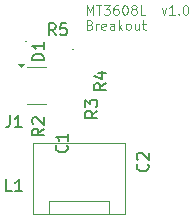
<source format=gbr>
%TF.GenerationSoftware,KiCad,Pcbnew,9.0.1*%
%TF.CreationDate,2025-05-20T00:04:45-05:00*%
%TF.ProjectId,myproject,6d797072-6f6a-4656-9374-2e6b69636164,rev?*%
%TF.SameCoordinates,Original*%
%TF.FileFunction,Legend,Top*%
%TF.FilePolarity,Positive*%
%FSLAX46Y46*%
G04 Gerber Fmt 4.6, Leading zero omitted, Abs format (unit mm)*
G04 Created by KiCad (PCBNEW 9.0.1) date 2025-05-20 00:04:45*
%MOMM*%
%LPD*%
G01*
G04 APERTURE LIST*
%ADD10C,0.100000*%
%ADD11C,0.150000*%
%ADD12C,0.120000*%
G04 APERTURE END LIST*
D10*
X10656265Y-1520985D02*
X10656265Y-720985D01*
X10656265Y-720985D02*
X10922931Y-1292413D01*
X10922931Y-1292413D02*
X11189598Y-720985D01*
X11189598Y-720985D02*
X11189598Y-1520985D01*
X11456265Y-720985D02*
X11913408Y-720985D01*
X11684836Y-1520985D02*
X11684836Y-720985D01*
X12103884Y-720985D02*
X12599122Y-720985D01*
X12599122Y-720985D02*
X12332456Y-1025747D01*
X12332456Y-1025747D02*
X12446741Y-1025747D01*
X12446741Y-1025747D02*
X12522932Y-1063842D01*
X12522932Y-1063842D02*
X12561027Y-1101937D01*
X12561027Y-1101937D02*
X12599122Y-1178128D01*
X12599122Y-1178128D02*
X12599122Y-1368604D01*
X12599122Y-1368604D02*
X12561027Y-1444794D01*
X12561027Y-1444794D02*
X12522932Y-1482890D01*
X12522932Y-1482890D02*
X12446741Y-1520985D01*
X12446741Y-1520985D02*
X12218170Y-1520985D01*
X12218170Y-1520985D02*
X12141979Y-1482890D01*
X12141979Y-1482890D02*
X12103884Y-1444794D01*
X13284837Y-720985D02*
X13132456Y-720985D01*
X13132456Y-720985D02*
X13056265Y-759080D01*
X13056265Y-759080D02*
X13018170Y-797175D01*
X13018170Y-797175D02*
X12941980Y-911461D01*
X12941980Y-911461D02*
X12903884Y-1063842D01*
X12903884Y-1063842D02*
X12903884Y-1368604D01*
X12903884Y-1368604D02*
X12941980Y-1444794D01*
X12941980Y-1444794D02*
X12980075Y-1482890D01*
X12980075Y-1482890D02*
X13056265Y-1520985D01*
X13056265Y-1520985D02*
X13208646Y-1520985D01*
X13208646Y-1520985D02*
X13284837Y-1482890D01*
X13284837Y-1482890D02*
X13322932Y-1444794D01*
X13322932Y-1444794D02*
X13361027Y-1368604D01*
X13361027Y-1368604D02*
X13361027Y-1178128D01*
X13361027Y-1178128D02*
X13322932Y-1101937D01*
X13322932Y-1101937D02*
X13284837Y-1063842D01*
X13284837Y-1063842D02*
X13208646Y-1025747D01*
X13208646Y-1025747D02*
X13056265Y-1025747D01*
X13056265Y-1025747D02*
X12980075Y-1063842D01*
X12980075Y-1063842D02*
X12941980Y-1101937D01*
X12941980Y-1101937D02*
X12903884Y-1178128D01*
X13856266Y-720985D02*
X13932456Y-720985D01*
X13932456Y-720985D02*
X14008647Y-759080D01*
X14008647Y-759080D02*
X14046742Y-797175D01*
X14046742Y-797175D02*
X14084837Y-873366D01*
X14084837Y-873366D02*
X14122932Y-1025747D01*
X14122932Y-1025747D02*
X14122932Y-1216223D01*
X14122932Y-1216223D02*
X14084837Y-1368604D01*
X14084837Y-1368604D02*
X14046742Y-1444794D01*
X14046742Y-1444794D02*
X14008647Y-1482890D01*
X14008647Y-1482890D02*
X13932456Y-1520985D01*
X13932456Y-1520985D02*
X13856266Y-1520985D01*
X13856266Y-1520985D02*
X13780075Y-1482890D01*
X13780075Y-1482890D02*
X13741980Y-1444794D01*
X13741980Y-1444794D02*
X13703885Y-1368604D01*
X13703885Y-1368604D02*
X13665789Y-1216223D01*
X13665789Y-1216223D02*
X13665789Y-1025747D01*
X13665789Y-1025747D02*
X13703885Y-873366D01*
X13703885Y-873366D02*
X13741980Y-797175D01*
X13741980Y-797175D02*
X13780075Y-759080D01*
X13780075Y-759080D02*
X13856266Y-720985D01*
X14580075Y-1063842D02*
X14503885Y-1025747D01*
X14503885Y-1025747D02*
X14465790Y-987651D01*
X14465790Y-987651D02*
X14427694Y-911461D01*
X14427694Y-911461D02*
X14427694Y-873366D01*
X14427694Y-873366D02*
X14465790Y-797175D01*
X14465790Y-797175D02*
X14503885Y-759080D01*
X14503885Y-759080D02*
X14580075Y-720985D01*
X14580075Y-720985D02*
X14732456Y-720985D01*
X14732456Y-720985D02*
X14808647Y-759080D01*
X14808647Y-759080D02*
X14846742Y-797175D01*
X14846742Y-797175D02*
X14884837Y-873366D01*
X14884837Y-873366D02*
X14884837Y-911461D01*
X14884837Y-911461D02*
X14846742Y-987651D01*
X14846742Y-987651D02*
X14808647Y-1025747D01*
X14808647Y-1025747D02*
X14732456Y-1063842D01*
X14732456Y-1063842D02*
X14580075Y-1063842D01*
X14580075Y-1063842D02*
X14503885Y-1101937D01*
X14503885Y-1101937D02*
X14465790Y-1140032D01*
X14465790Y-1140032D02*
X14427694Y-1216223D01*
X14427694Y-1216223D02*
X14427694Y-1368604D01*
X14427694Y-1368604D02*
X14465790Y-1444794D01*
X14465790Y-1444794D02*
X14503885Y-1482890D01*
X14503885Y-1482890D02*
X14580075Y-1520985D01*
X14580075Y-1520985D02*
X14732456Y-1520985D01*
X14732456Y-1520985D02*
X14808647Y-1482890D01*
X14808647Y-1482890D02*
X14846742Y-1444794D01*
X14846742Y-1444794D02*
X14884837Y-1368604D01*
X14884837Y-1368604D02*
X14884837Y-1216223D01*
X14884837Y-1216223D02*
X14846742Y-1140032D01*
X14846742Y-1140032D02*
X14808647Y-1101937D01*
X14808647Y-1101937D02*
X14732456Y-1063842D01*
X15608647Y-1520985D02*
X15227695Y-1520985D01*
X15227695Y-1520985D02*
X15227695Y-720985D01*
X17018171Y-987651D02*
X17208647Y-1520985D01*
X17208647Y-1520985D02*
X17399124Y-987651D01*
X18122933Y-1520985D02*
X17665790Y-1520985D01*
X17894362Y-1520985D02*
X17894362Y-720985D01*
X17894362Y-720985D02*
X17818171Y-835270D01*
X17818171Y-835270D02*
X17741981Y-911461D01*
X17741981Y-911461D02*
X17665790Y-949556D01*
X18465791Y-1444794D02*
X18503886Y-1482890D01*
X18503886Y-1482890D02*
X18465791Y-1520985D01*
X18465791Y-1520985D02*
X18427695Y-1482890D01*
X18427695Y-1482890D02*
X18465791Y-1444794D01*
X18465791Y-1444794D02*
X18465791Y-1520985D01*
X18999124Y-720985D02*
X19075314Y-720985D01*
X19075314Y-720985D02*
X19151505Y-759080D01*
X19151505Y-759080D02*
X19189600Y-797175D01*
X19189600Y-797175D02*
X19227695Y-873366D01*
X19227695Y-873366D02*
X19265790Y-1025747D01*
X19265790Y-1025747D02*
X19265790Y-1216223D01*
X19265790Y-1216223D02*
X19227695Y-1368604D01*
X19227695Y-1368604D02*
X19189600Y-1444794D01*
X19189600Y-1444794D02*
X19151505Y-1482890D01*
X19151505Y-1482890D02*
X19075314Y-1520985D01*
X19075314Y-1520985D02*
X18999124Y-1520985D01*
X18999124Y-1520985D02*
X18922933Y-1482890D01*
X18922933Y-1482890D02*
X18884838Y-1444794D01*
X18884838Y-1444794D02*
X18846743Y-1368604D01*
X18846743Y-1368604D02*
X18808647Y-1216223D01*
X18808647Y-1216223D02*
X18808647Y-1025747D01*
X18808647Y-1025747D02*
X18846743Y-873366D01*
X18846743Y-873366D02*
X18884838Y-797175D01*
X18884838Y-797175D02*
X18922933Y-759080D01*
X18922933Y-759080D02*
X18999124Y-720985D01*
X10922931Y-2389892D02*
X11037217Y-2427987D01*
X11037217Y-2427987D02*
X11075312Y-2466083D01*
X11075312Y-2466083D02*
X11113408Y-2542273D01*
X11113408Y-2542273D02*
X11113408Y-2656559D01*
X11113408Y-2656559D02*
X11075312Y-2732749D01*
X11075312Y-2732749D02*
X11037217Y-2770845D01*
X11037217Y-2770845D02*
X10961027Y-2808940D01*
X10961027Y-2808940D02*
X10656265Y-2808940D01*
X10656265Y-2808940D02*
X10656265Y-2008940D01*
X10656265Y-2008940D02*
X10922931Y-2008940D01*
X10922931Y-2008940D02*
X10999122Y-2047035D01*
X10999122Y-2047035D02*
X11037217Y-2085130D01*
X11037217Y-2085130D02*
X11075312Y-2161321D01*
X11075312Y-2161321D02*
X11075312Y-2237511D01*
X11075312Y-2237511D02*
X11037217Y-2313702D01*
X11037217Y-2313702D02*
X10999122Y-2351797D01*
X10999122Y-2351797D02*
X10922931Y-2389892D01*
X10922931Y-2389892D02*
X10656265Y-2389892D01*
X11456265Y-2808940D02*
X11456265Y-2275606D01*
X11456265Y-2427987D02*
X11494360Y-2351797D01*
X11494360Y-2351797D02*
X11532455Y-2313702D01*
X11532455Y-2313702D02*
X11608646Y-2275606D01*
X11608646Y-2275606D02*
X11684836Y-2275606D01*
X12256265Y-2770845D02*
X12180074Y-2808940D01*
X12180074Y-2808940D02*
X12027693Y-2808940D01*
X12027693Y-2808940D02*
X11951503Y-2770845D01*
X11951503Y-2770845D02*
X11913407Y-2694654D01*
X11913407Y-2694654D02*
X11913407Y-2389892D01*
X11913407Y-2389892D02*
X11951503Y-2313702D01*
X11951503Y-2313702D02*
X12027693Y-2275606D01*
X12027693Y-2275606D02*
X12180074Y-2275606D01*
X12180074Y-2275606D02*
X12256265Y-2313702D01*
X12256265Y-2313702D02*
X12294360Y-2389892D01*
X12294360Y-2389892D02*
X12294360Y-2466083D01*
X12294360Y-2466083D02*
X11913407Y-2542273D01*
X12980074Y-2808940D02*
X12980074Y-2389892D01*
X12980074Y-2389892D02*
X12941979Y-2313702D01*
X12941979Y-2313702D02*
X12865788Y-2275606D01*
X12865788Y-2275606D02*
X12713407Y-2275606D01*
X12713407Y-2275606D02*
X12637217Y-2313702D01*
X12980074Y-2770845D02*
X12903883Y-2808940D01*
X12903883Y-2808940D02*
X12713407Y-2808940D01*
X12713407Y-2808940D02*
X12637217Y-2770845D01*
X12637217Y-2770845D02*
X12599121Y-2694654D01*
X12599121Y-2694654D02*
X12599121Y-2618464D01*
X12599121Y-2618464D02*
X12637217Y-2542273D01*
X12637217Y-2542273D02*
X12713407Y-2504178D01*
X12713407Y-2504178D02*
X12903883Y-2504178D01*
X12903883Y-2504178D02*
X12980074Y-2466083D01*
X13361027Y-2808940D02*
X13361027Y-2008940D01*
X13437217Y-2504178D02*
X13665789Y-2808940D01*
X13665789Y-2275606D02*
X13361027Y-2580368D01*
X14122931Y-2808940D02*
X14046741Y-2770845D01*
X14046741Y-2770845D02*
X14008646Y-2732749D01*
X14008646Y-2732749D02*
X13970550Y-2656559D01*
X13970550Y-2656559D02*
X13970550Y-2427987D01*
X13970550Y-2427987D02*
X14008646Y-2351797D01*
X14008646Y-2351797D02*
X14046741Y-2313702D01*
X14046741Y-2313702D02*
X14122931Y-2275606D01*
X14122931Y-2275606D02*
X14237217Y-2275606D01*
X14237217Y-2275606D02*
X14313408Y-2313702D01*
X14313408Y-2313702D02*
X14351503Y-2351797D01*
X14351503Y-2351797D02*
X14389598Y-2427987D01*
X14389598Y-2427987D02*
X14389598Y-2656559D01*
X14389598Y-2656559D02*
X14351503Y-2732749D01*
X14351503Y-2732749D02*
X14313408Y-2770845D01*
X14313408Y-2770845D02*
X14237217Y-2808940D01*
X14237217Y-2808940D02*
X14122931Y-2808940D01*
X15075313Y-2275606D02*
X15075313Y-2808940D01*
X14732456Y-2275606D02*
X14732456Y-2694654D01*
X14732456Y-2694654D02*
X14770551Y-2770845D01*
X14770551Y-2770845D02*
X14846741Y-2808940D01*
X14846741Y-2808940D02*
X14961027Y-2808940D01*
X14961027Y-2808940D02*
X15037218Y-2770845D01*
X15037218Y-2770845D02*
X15075313Y-2732749D01*
X15341980Y-2275606D02*
X15646742Y-2275606D01*
X15456266Y-2008940D02*
X15456266Y-2694654D01*
X15456266Y-2694654D02*
X15494361Y-2770845D01*
X15494361Y-2770845D02*
X15570551Y-2808940D01*
X15570551Y-2808940D02*
X15646742Y-2808940D01*
D11*
X11544819Y-9666666D02*
X11068628Y-9999999D01*
X11544819Y-10238094D02*
X10544819Y-10238094D01*
X10544819Y-10238094D02*
X10544819Y-9857142D01*
X10544819Y-9857142D02*
X10592438Y-9761904D01*
X10592438Y-9761904D02*
X10640057Y-9714285D01*
X10640057Y-9714285D02*
X10735295Y-9666666D01*
X10735295Y-9666666D02*
X10878152Y-9666666D01*
X10878152Y-9666666D02*
X10973390Y-9714285D01*
X10973390Y-9714285D02*
X11021009Y-9761904D01*
X11021009Y-9761904D02*
X11068628Y-9857142D01*
X11068628Y-9857142D02*
X11068628Y-10238094D01*
X10544819Y-9333332D02*
X10544819Y-8714285D01*
X10544819Y-8714285D02*
X10925771Y-9047618D01*
X10925771Y-9047618D02*
X10925771Y-8904761D01*
X10925771Y-8904761D02*
X10973390Y-8809523D01*
X10973390Y-8809523D02*
X11021009Y-8761904D01*
X11021009Y-8761904D02*
X11116247Y-8714285D01*
X11116247Y-8714285D02*
X11354342Y-8714285D01*
X11354342Y-8714285D02*
X11449580Y-8761904D01*
X11449580Y-8761904D02*
X11497200Y-8809523D01*
X11497200Y-8809523D02*
X11544819Y-8904761D01*
X11544819Y-8904761D02*
X11544819Y-9190475D01*
X11544819Y-9190475D02*
X11497200Y-9285713D01*
X11497200Y-9285713D02*
X11449580Y-9333332D01*
X15809580Y-14166666D02*
X15857200Y-14214285D01*
X15857200Y-14214285D02*
X15904819Y-14357142D01*
X15904819Y-14357142D02*
X15904819Y-14452380D01*
X15904819Y-14452380D02*
X15857200Y-14595237D01*
X15857200Y-14595237D02*
X15761961Y-14690475D01*
X15761961Y-14690475D02*
X15666723Y-14738094D01*
X15666723Y-14738094D02*
X15476247Y-14785713D01*
X15476247Y-14785713D02*
X15333390Y-14785713D01*
X15333390Y-14785713D02*
X15142914Y-14738094D01*
X15142914Y-14738094D02*
X15047676Y-14690475D01*
X15047676Y-14690475D02*
X14952438Y-14595237D01*
X14952438Y-14595237D02*
X14904819Y-14452380D01*
X14904819Y-14452380D02*
X14904819Y-14357142D01*
X14904819Y-14357142D02*
X14952438Y-14214285D01*
X14952438Y-14214285D02*
X15000057Y-14166666D01*
X15000057Y-13785713D02*
X14952438Y-13738094D01*
X14952438Y-13738094D02*
X14904819Y-13642856D01*
X14904819Y-13642856D02*
X14904819Y-13404761D01*
X14904819Y-13404761D02*
X14952438Y-13309523D01*
X14952438Y-13309523D02*
X15000057Y-13261904D01*
X15000057Y-13261904D02*
X15095295Y-13214285D01*
X15095295Y-13214285D02*
X15190533Y-13214285D01*
X15190533Y-13214285D02*
X15333390Y-13261904D01*
X15333390Y-13261904D02*
X15904819Y-13833332D01*
X15904819Y-13833332D02*
X15904819Y-13214285D01*
X7044819Y-11166666D02*
X6568628Y-11499999D01*
X7044819Y-11738094D02*
X6044819Y-11738094D01*
X6044819Y-11738094D02*
X6044819Y-11357142D01*
X6044819Y-11357142D02*
X6092438Y-11261904D01*
X6092438Y-11261904D02*
X6140057Y-11214285D01*
X6140057Y-11214285D02*
X6235295Y-11166666D01*
X6235295Y-11166666D02*
X6378152Y-11166666D01*
X6378152Y-11166666D02*
X6473390Y-11214285D01*
X6473390Y-11214285D02*
X6521009Y-11261904D01*
X6521009Y-11261904D02*
X6568628Y-11357142D01*
X6568628Y-11357142D02*
X6568628Y-11738094D01*
X6140057Y-10785713D02*
X6092438Y-10738094D01*
X6092438Y-10738094D02*
X6044819Y-10642856D01*
X6044819Y-10642856D02*
X6044819Y-10404761D01*
X6044819Y-10404761D02*
X6092438Y-10309523D01*
X6092438Y-10309523D02*
X6140057Y-10261904D01*
X6140057Y-10261904D02*
X6235295Y-10214285D01*
X6235295Y-10214285D02*
X6330533Y-10214285D01*
X6330533Y-10214285D02*
X6473390Y-10261904D01*
X6473390Y-10261904D02*
X7044819Y-10833332D01*
X7044819Y-10833332D02*
X7044819Y-10214285D01*
X4166666Y-10054819D02*
X4166666Y-10769104D01*
X4166666Y-10769104D02*
X4119047Y-10911961D01*
X4119047Y-10911961D02*
X4023809Y-11007200D01*
X4023809Y-11007200D02*
X3880952Y-11054819D01*
X3880952Y-11054819D02*
X3785714Y-11054819D01*
X5166666Y-11054819D02*
X4595238Y-11054819D01*
X4880952Y-11054819D02*
X4880952Y-10054819D01*
X4880952Y-10054819D02*
X4785714Y-10197676D01*
X4785714Y-10197676D02*
X4690476Y-10292914D01*
X4690476Y-10292914D02*
X4595238Y-10340533D01*
X12304819Y-7321666D02*
X11828628Y-7654999D01*
X12304819Y-7893094D02*
X11304819Y-7893094D01*
X11304819Y-7893094D02*
X11304819Y-7512142D01*
X11304819Y-7512142D02*
X11352438Y-7416904D01*
X11352438Y-7416904D02*
X11400057Y-7369285D01*
X11400057Y-7369285D02*
X11495295Y-7321666D01*
X11495295Y-7321666D02*
X11638152Y-7321666D01*
X11638152Y-7321666D02*
X11733390Y-7369285D01*
X11733390Y-7369285D02*
X11781009Y-7416904D01*
X11781009Y-7416904D02*
X11828628Y-7512142D01*
X11828628Y-7512142D02*
X11828628Y-7893094D01*
X11638152Y-6464523D02*
X12304819Y-6464523D01*
X11257200Y-6702618D02*
X11971485Y-6940713D01*
X11971485Y-6940713D02*
X11971485Y-6321666D01*
X8959580Y-12566666D02*
X9007200Y-12614285D01*
X9007200Y-12614285D02*
X9054819Y-12757142D01*
X9054819Y-12757142D02*
X9054819Y-12852380D01*
X9054819Y-12852380D02*
X9007200Y-12995237D01*
X9007200Y-12995237D02*
X8911961Y-13090475D01*
X8911961Y-13090475D02*
X8816723Y-13138094D01*
X8816723Y-13138094D02*
X8626247Y-13185713D01*
X8626247Y-13185713D02*
X8483390Y-13185713D01*
X8483390Y-13185713D02*
X8292914Y-13138094D01*
X8292914Y-13138094D02*
X8197676Y-13090475D01*
X8197676Y-13090475D02*
X8102438Y-12995237D01*
X8102438Y-12995237D02*
X8054819Y-12852380D01*
X8054819Y-12852380D02*
X8054819Y-12757142D01*
X8054819Y-12757142D02*
X8102438Y-12614285D01*
X8102438Y-12614285D02*
X8150057Y-12566666D01*
X9054819Y-11614285D02*
X9054819Y-12185713D01*
X9054819Y-11899999D02*
X8054819Y-11899999D01*
X8054819Y-11899999D02*
X8197676Y-11995237D01*
X8197676Y-11995237D02*
X8292914Y-12090475D01*
X8292914Y-12090475D02*
X8340533Y-12185713D01*
X7044819Y-5393094D02*
X6044819Y-5393094D01*
X6044819Y-5393094D02*
X6044819Y-5154999D01*
X6044819Y-5154999D02*
X6092438Y-5012142D01*
X6092438Y-5012142D02*
X6187676Y-4916904D01*
X6187676Y-4916904D02*
X6282914Y-4869285D01*
X6282914Y-4869285D02*
X6473390Y-4821666D01*
X6473390Y-4821666D02*
X6616247Y-4821666D01*
X6616247Y-4821666D02*
X6806723Y-4869285D01*
X6806723Y-4869285D02*
X6901961Y-4916904D01*
X6901961Y-4916904D02*
X6997200Y-5012142D01*
X6997200Y-5012142D02*
X7044819Y-5154999D01*
X7044819Y-5154999D02*
X7044819Y-5393094D01*
X7044819Y-3869285D02*
X7044819Y-4440713D01*
X7044819Y-4154999D02*
X6044819Y-4154999D01*
X6044819Y-4154999D02*
X6187676Y-4250237D01*
X6187676Y-4250237D02*
X6282914Y-4345475D01*
X6282914Y-4345475D02*
X6330533Y-4440713D01*
X4333333Y-16454819D02*
X3857143Y-16454819D01*
X3857143Y-16454819D02*
X3857143Y-15454819D01*
X5190476Y-16454819D02*
X4619048Y-16454819D01*
X4904762Y-16454819D02*
X4904762Y-15454819D01*
X4904762Y-15454819D02*
X4809524Y-15597676D01*
X4809524Y-15597676D02*
X4714286Y-15692914D01*
X4714286Y-15692914D02*
X4619048Y-15740533D01*
X8033333Y-3254819D02*
X7700000Y-2778628D01*
X7461905Y-3254819D02*
X7461905Y-2254819D01*
X7461905Y-2254819D02*
X7842857Y-2254819D01*
X7842857Y-2254819D02*
X7938095Y-2302438D01*
X7938095Y-2302438D02*
X7985714Y-2350057D01*
X7985714Y-2350057D02*
X8033333Y-2445295D01*
X8033333Y-2445295D02*
X8033333Y-2588152D01*
X8033333Y-2588152D02*
X7985714Y-2683390D01*
X7985714Y-2683390D02*
X7938095Y-2731009D01*
X7938095Y-2731009D02*
X7842857Y-2778628D01*
X7842857Y-2778628D02*
X7461905Y-2778628D01*
X8938095Y-2254819D02*
X8461905Y-2254819D01*
X8461905Y-2254819D02*
X8414286Y-2731009D01*
X8414286Y-2731009D02*
X8461905Y-2683390D01*
X8461905Y-2683390D02*
X8557143Y-2635771D01*
X8557143Y-2635771D02*
X8795238Y-2635771D01*
X8795238Y-2635771D02*
X8890476Y-2683390D01*
X8890476Y-2683390D02*
X8938095Y-2731009D01*
X8938095Y-2731009D02*
X8985714Y-2826247D01*
X8985714Y-2826247D02*
X8985714Y-3064342D01*
X8985714Y-3064342D02*
X8938095Y-3159580D01*
X8938095Y-3159580D02*
X8890476Y-3207200D01*
X8890476Y-3207200D02*
X8795238Y-3254819D01*
X8795238Y-3254819D02*
X8557143Y-3254819D01*
X8557143Y-3254819D02*
X8461905Y-3207200D01*
X8461905Y-3207200D02*
X8414286Y-3159580D01*
D12*
%TO.C,U1*%
X5102500Y-5990000D02*
X4862500Y-5660000D01*
X5342500Y-5660000D01*
X5102500Y-5990000D01*
G36*
X5102500Y-5990000D02*
G01*
X4862500Y-5660000D01*
X5342500Y-5660000D01*
X5102500Y-5990000D01*
G37*
X6402500Y-9060000D02*
X7202500Y-9060000D01*
X6402500Y-9060000D02*
X5602500Y-9060000D01*
X6402500Y-5940000D02*
X7202500Y-5940000D01*
X6402500Y-5940000D02*
X5602500Y-5940000D01*
%TO.C,J1*%
X6110000Y-12350000D02*
X13910000Y-12350000D01*
X6110000Y-18400000D02*
X6110000Y-12350000D01*
X7460000Y-17290000D02*
X12540000Y-17290000D01*
X7460000Y-18300000D02*
X7460000Y-17290000D01*
X12540000Y-17290000D02*
X12540000Y-18300000D01*
X13910000Y-12350000D02*
X13910000Y-18400000D01*
X13910000Y-18400000D02*
X6110000Y-18400000D01*
D10*
%TO.C,D2*%
X9550000Y-4500000D02*
G75*
G02*
X9450000Y-4500000I-50000J0D01*
G01*
X9450000Y-4500000D02*
G75*
G02*
X9550000Y-4500000I50000J0D01*
G01*
%TO.C,D1*%
X5590000Y-3795000D02*
G75*
G02*
X5490000Y-3795000I-50000J0D01*
G01*
X5490000Y-3795000D02*
G75*
G02*
X5590000Y-3795000I50000J0D01*
G01*
%TD*%
M02*

</source>
